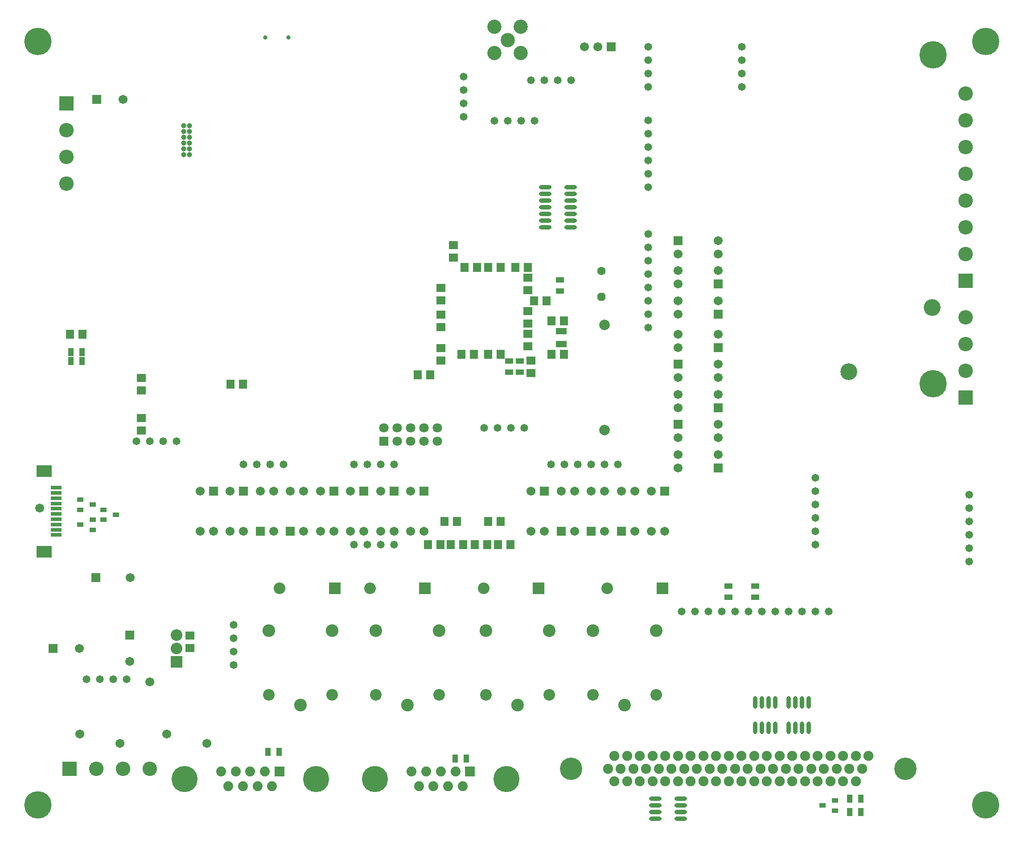
<source format=gbs>
G04 Layer_Color=16711935*
%FSLAX24Y24*%
%MOIN*%
G70*
G01*
G75*
%ADD156R,0.0612X0.0651*%
%ADD157R,0.0415X0.0592*%
%ADD159R,0.0651X0.0612*%
%ADD165O,0.0316X0.0946*%
%ADD166R,0.0592X0.0415*%
%ADD171O,0.0946X0.0316*%
%ADD195R,0.0474X0.0356*%
%ADD201R,0.0671X0.0671*%
%ADD202C,0.0671*%
%ADD203C,0.1080*%
%ADD204R,0.1080X0.1080*%
%ADD205C,0.0867*%
%ADD206C,0.0946*%
%ADD207C,0.2049*%
%ADD208R,0.0867X0.0867*%
%ADD209R,0.0671X0.0671*%
%ADD210R,0.1080X0.1080*%
%ADD211C,0.1064*%
%ADD212C,0.0789*%
%ADD213R,0.0867X0.0867*%
%ADD214C,0.0710*%
%ADD215R,0.0710X0.0710*%
%ADD216C,0.0631*%
%ADD217P,0.0683X8X112.5*%
%ADD218C,0.1954*%
%ADD219R,0.0745X0.0745*%
%ADD220C,0.0745*%
%ADD221C,0.1674*%
%ADD222C,0.0749*%
%ADD223C,0.0316*%
%ADD224C,0.0395*%
%ADD225C,0.1261*%
%ADD226R,0.0789X0.0474*%
%ADD227R,0.0828X0.0316*%
%ADD228R,0.1182X0.0907*%
%ADD229C,0.0580*%
D156*
X963Y32500D02*
D03*
X37D02*
D03*
X32963Y16750D02*
D03*
X32037D02*
D03*
X32213Y18500D02*
D03*
X31287D02*
D03*
X31213Y16750D02*
D03*
X30287D02*
D03*
X28487D02*
D03*
X29413D02*
D03*
X28037Y18500D02*
D03*
X28963D02*
D03*
X36963Y31000D02*
D03*
X36037D02*
D03*
X36963Y33500D02*
D03*
X36037D02*
D03*
X27713Y16750D02*
D03*
X26787D02*
D03*
X26037Y29450D02*
D03*
X26963D02*
D03*
X29537Y37500D02*
D03*
X30463D02*
D03*
X32213D02*
D03*
X31287D02*
D03*
X33337D02*
D03*
X34263D02*
D03*
X35663Y35000D02*
D03*
X34737D02*
D03*
X31287Y31000D02*
D03*
X32213D02*
D03*
X30213D02*
D03*
X29287D02*
D03*
X12963Y28750D02*
D03*
X12037D02*
D03*
D157*
X913Y30500D02*
D03*
X87D02*
D03*
Y31150D02*
D03*
X913D02*
D03*
X29663Y750D02*
D03*
X28837D02*
D03*
X15663Y1250D02*
D03*
X14837D02*
D03*
X58337Y-3250D02*
D03*
X59163D02*
D03*
Y-2250D02*
D03*
X58337D02*
D03*
D159*
X27750Y33037D02*
D03*
Y33963D02*
D03*
X5350Y25287D02*
D03*
Y26213D02*
D03*
Y28287D02*
D03*
Y29213D02*
D03*
X9000Y9963D02*
D03*
Y9037D02*
D03*
X27750Y35963D02*
D03*
Y35037D02*
D03*
X28700Y38237D02*
D03*
Y39163D02*
D03*
X34250Y36713D02*
D03*
Y35787D02*
D03*
Y34213D02*
D03*
Y33287D02*
D03*
Y32513D02*
D03*
Y31587D02*
D03*
X34500Y30513D02*
D03*
Y29587D02*
D03*
X27750Y31463D02*
D03*
Y30537D02*
D03*
D165*
X52750Y3055D02*
D03*
X52250D02*
D03*
X51750D02*
D03*
X51250D02*
D03*
X52750Y4945D02*
D03*
X52250D02*
D03*
X51750D02*
D03*
X51250D02*
D03*
X55250Y3055D02*
D03*
X54750D02*
D03*
X54250D02*
D03*
X53750D02*
D03*
X55250Y4945D02*
D03*
X54750D02*
D03*
X54250D02*
D03*
X53750D02*
D03*
D166*
X49250Y12837D02*
D03*
Y13663D02*
D03*
X51250Y12837D02*
D03*
Y13663D02*
D03*
X32870Y29663D02*
D03*
Y30490D02*
D03*
X33657Y29663D02*
D03*
Y30490D02*
D03*
X36650Y35737D02*
D03*
Y36563D02*
D03*
D171*
X37445Y43500D02*
D03*
Y43000D02*
D03*
Y42500D02*
D03*
Y42000D02*
D03*
Y41500D02*
D03*
Y41000D02*
D03*
Y40500D02*
D03*
X35555Y43500D02*
D03*
Y43000D02*
D03*
Y42500D02*
D03*
Y42000D02*
D03*
Y41500D02*
D03*
Y41000D02*
D03*
Y40500D02*
D03*
X45695Y-2250D02*
D03*
Y-2750D02*
D03*
Y-3250D02*
D03*
Y-3750D02*
D03*
X43805Y-2250D02*
D03*
Y-2750D02*
D03*
Y-3250D02*
D03*
Y-3750D02*
D03*
D195*
X56278Y-2750D02*
D03*
X57222Y-3124D02*
D03*
Y-2376D02*
D03*
X1722Y18624D02*
D03*
Y17876D02*
D03*
X778Y18250D02*
D03*
X1722Y19750D02*
D03*
X778Y20124D02*
D03*
Y19376D02*
D03*
X3472Y19000D02*
D03*
X2528Y19374D02*
D03*
Y18626D02*
D03*
D201*
X2016Y50050D02*
D03*
X48500Y34000D02*
D03*
X45500Y39500D02*
D03*
X48500Y36250D02*
D03*
Y27000D02*
D03*
Y22500D02*
D03*
X45500Y25750D02*
D03*
Y30250D02*
D03*
X48500Y31500D02*
D03*
X-1234Y9000D02*
D03*
X40500Y54000D02*
D03*
X1970Y14300D02*
D03*
D202*
X3984Y50050D02*
D03*
X21000Y20750D02*
D03*
X22000Y17750D02*
D03*
X21000D02*
D03*
X15250Y20750D02*
D03*
X14250D02*
D03*
X15250Y17750D02*
D03*
X18750Y20750D02*
D03*
X19750Y17750D02*
D03*
X18750D02*
D03*
X45500Y35000D02*
D03*
Y34000D02*
D03*
X48500Y35000D02*
D03*
X45500Y38500D02*
D03*
X48500Y39500D02*
D03*
Y38500D02*
D03*
X45500Y37250D02*
D03*
Y36250D02*
D03*
X48500Y37250D02*
D03*
X17500Y20750D02*
D03*
X16500D02*
D03*
X17500Y17750D02*
D03*
X48500Y28000D02*
D03*
X45500Y27000D02*
D03*
Y28000D02*
D03*
X43500Y17750D02*
D03*
X44500D02*
D03*
X43500Y20750D02*
D03*
X37750Y17750D02*
D03*
X36750Y20750D02*
D03*
X37750D02*
D03*
X42250D02*
D03*
X41250D02*
D03*
X42250Y17750D02*
D03*
X48500Y23500D02*
D03*
X45500Y22500D02*
D03*
Y23500D02*
D03*
X34500Y17750D02*
D03*
X35500D02*
D03*
X34500Y20750D02*
D03*
X40000Y17750D02*
D03*
X39000Y20750D02*
D03*
X40000D02*
D03*
X48500Y24750D02*
D03*
Y25750D02*
D03*
X45500Y24750D02*
D03*
Y29250D02*
D03*
X48500Y30250D02*
D03*
Y29250D02*
D03*
X45500Y32500D02*
D03*
Y31500D02*
D03*
X48500Y32500D02*
D03*
X25500Y20750D02*
D03*
X26500Y17750D02*
D03*
X25500D02*
D03*
X9750D02*
D03*
X10750D02*
D03*
X9750Y20750D02*
D03*
X7250Y2600D02*
D03*
X10250Y1900D02*
D03*
X4500Y8016D02*
D03*
X750Y2600D02*
D03*
X3750Y1900D02*
D03*
X734Y9000D02*
D03*
X38500Y54000D02*
D03*
X39500D02*
D03*
X23250Y20750D02*
D03*
X24250Y17750D02*
D03*
X23250D02*
D03*
X12000D02*
D03*
X13000D02*
D03*
X12000Y20750D02*
D03*
X4530Y14300D02*
D03*
X6000Y6500D02*
D03*
X-2250Y19500D02*
D03*
D203*
X-250Y43750D02*
D03*
Y47750D02*
D03*
Y45750D02*
D03*
X4000Y0D02*
D03*
X2000D02*
D03*
X6000D02*
D03*
X67000Y50500D02*
D03*
Y48500D02*
D03*
Y40500D02*
D03*
Y38500D02*
D03*
Y42500D02*
D03*
Y44500D02*
D03*
Y46500D02*
D03*
Y31750D02*
D03*
Y29750D02*
D03*
Y33750D02*
D03*
D204*
X-250Y49750D02*
D03*
X67000Y36500D02*
D03*
Y27750D02*
D03*
D205*
X35862Y5537D02*
D03*
X31138D02*
D03*
X15691Y13500D02*
D03*
X22441D02*
D03*
X8000Y9000D02*
D03*
Y10000D02*
D03*
X40191Y13500D02*
D03*
X22888Y5537D02*
D03*
X27612D02*
D03*
X19612D02*
D03*
X14888D02*
D03*
X30941Y13500D02*
D03*
X39138Y5537D02*
D03*
X43862D02*
D03*
D206*
X35862Y10341D02*
D03*
X31138D02*
D03*
X33500Y4750D02*
D03*
X25250D02*
D03*
X22888Y10341D02*
D03*
X27612D02*
D03*
X19612D02*
D03*
X14888D02*
D03*
X17250Y4750D02*
D03*
X41500D02*
D03*
X39138Y10341D02*
D03*
X43862D02*
D03*
D207*
X64567Y53398D02*
D03*
Y28791D02*
D03*
X68504Y-2705D02*
D03*
X-2362D02*
D03*
X68504Y54382D02*
D03*
X-2362D02*
D03*
D208*
X19809Y13500D02*
D03*
X26559D02*
D03*
X44309D02*
D03*
X35059D02*
D03*
D209*
X22000Y20750D02*
D03*
X14250Y17750D02*
D03*
X19750Y20750D02*
D03*
X16500Y17750D02*
D03*
X44500Y20750D02*
D03*
X36750Y17750D02*
D03*
X41250D02*
D03*
X35500Y20750D02*
D03*
X39000Y17750D02*
D03*
X26500Y20750D02*
D03*
X10750D02*
D03*
X4500Y9984D02*
D03*
X24250Y20750D02*
D03*
X13000D02*
D03*
D210*
X0Y0D02*
D03*
D211*
X32750Y54500D02*
D03*
X33734Y53516D02*
D03*
Y55484D02*
D03*
X31766D02*
D03*
Y53516D02*
D03*
D212*
X40000Y33187D02*
D03*
Y25313D02*
D03*
D213*
X8000Y8000D02*
D03*
D214*
X27500Y25500D02*
D03*
Y24500D02*
D03*
X26500Y25500D02*
D03*
Y24500D02*
D03*
X25500Y25500D02*
D03*
Y24500D02*
D03*
X24500Y25500D02*
D03*
Y24500D02*
D03*
X23500Y25500D02*
D03*
D215*
Y24500D02*
D03*
D216*
X39750Y37211D02*
D03*
D217*
Y35289D02*
D03*
D218*
X8581Y-760D02*
D03*
X18419D02*
D03*
X22831D02*
D03*
X32669D02*
D03*
D219*
X15681Y-201D02*
D03*
X29931D02*
D03*
D220*
X15136Y-1319D02*
D03*
X14591Y-201D02*
D03*
X14045Y-1319D02*
D03*
X13500Y-201D02*
D03*
X12955Y-1319D02*
D03*
X12409Y-201D02*
D03*
X11864Y-1319D02*
D03*
X11319Y-201D02*
D03*
X29386Y-1319D02*
D03*
X28841Y-201D02*
D03*
X28295Y-1319D02*
D03*
X27750Y-201D02*
D03*
X27205Y-1319D02*
D03*
X26659Y-201D02*
D03*
X26114Y-1319D02*
D03*
X25569Y-201D02*
D03*
D221*
X62500Y0D02*
D03*
X37500D02*
D03*
D222*
X40732Y-950D02*
D03*
X41682D02*
D03*
X42632D02*
D03*
X43582D02*
D03*
X44532D02*
D03*
X45482D02*
D03*
X46432D02*
D03*
X47382D02*
D03*
X48332D02*
D03*
X49282D02*
D03*
X50232D02*
D03*
X51182D02*
D03*
X52132D02*
D03*
X53082D02*
D03*
X54032D02*
D03*
X54982D02*
D03*
X55932D02*
D03*
X56882D02*
D03*
X57832D02*
D03*
X58782D02*
D03*
X40256Y0D02*
D03*
X41206D02*
D03*
X42156D02*
D03*
X43106D02*
D03*
X44056D02*
D03*
X45006D02*
D03*
X45956D02*
D03*
X46906D02*
D03*
X47856D02*
D03*
X48806D02*
D03*
X49756D02*
D03*
X50706D02*
D03*
X51656D02*
D03*
X52606D02*
D03*
X53556D02*
D03*
X54506D02*
D03*
X55456D02*
D03*
X56406D02*
D03*
X57356D02*
D03*
X58306D02*
D03*
X59256D02*
D03*
X40732Y949D02*
D03*
X41682D02*
D03*
X42632D02*
D03*
X43582D02*
D03*
X44532D02*
D03*
X45482D02*
D03*
X46432D02*
D03*
X47382D02*
D03*
X48332D02*
D03*
X49282D02*
D03*
X50232D02*
D03*
X51182D02*
D03*
X52132D02*
D03*
X53082D02*
D03*
X54032D02*
D03*
X54982D02*
D03*
X55932D02*
D03*
X56882D02*
D03*
X57832D02*
D03*
X58782D02*
D03*
X59732D02*
D03*
D223*
X16366Y54683D02*
D03*
X14634D02*
D03*
D224*
X8533Y48083D02*
D03*
X8967D02*
D03*
X8533Y47650D02*
D03*
X8967D02*
D03*
X8533Y47217D02*
D03*
X8967D02*
D03*
X8533Y46783D02*
D03*
X8967D02*
D03*
X8533Y46350D02*
D03*
X8967D02*
D03*
X8533Y45917D02*
D03*
X8967D02*
D03*
D225*
X58250Y29700D02*
D03*
X64500Y34500D02*
D03*
D226*
X36750Y32742D02*
D03*
Y31758D02*
D03*
D227*
X-1000Y21022D02*
D03*
Y20628D02*
D03*
Y20234D02*
D03*
Y19841D02*
D03*
Y19447D02*
D03*
Y19053D02*
D03*
Y18659D02*
D03*
Y18266D02*
D03*
Y17872D02*
D03*
Y17478D02*
D03*
D228*
X-1925Y16238D02*
D03*
Y22262D02*
D03*
D229*
X24250Y16750D02*
D03*
X23250D02*
D03*
X22250D02*
D03*
X21250D02*
D03*
X24250Y22750D02*
D03*
X23250D02*
D03*
X22250D02*
D03*
X21250D02*
D03*
X12250Y7750D02*
D03*
Y8750D02*
D03*
Y9750D02*
D03*
Y10750D02*
D03*
X16000Y22750D02*
D03*
X15000D02*
D03*
X14000D02*
D03*
X13000D02*
D03*
X41000D02*
D03*
X40000D02*
D03*
X39000D02*
D03*
X38000D02*
D03*
X37000D02*
D03*
X36000D02*
D03*
X67250Y15500D02*
D03*
Y16500D02*
D03*
Y17500D02*
D03*
Y18500D02*
D03*
Y19500D02*
D03*
Y20500D02*
D03*
X50750Y11750D02*
D03*
X49750D02*
D03*
X48750D02*
D03*
X47750D02*
D03*
X46750D02*
D03*
X45750D02*
D03*
X56750D02*
D03*
X55750D02*
D03*
X54750D02*
D03*
X53750D02*
D03*
X52750D02*
D03*
X51750D02*
D03*
X43250Y43500D02*
D03*
Y44500D02*
D03*
Y45500D02*
D03*
Y46500D02*
D03*
Y47500D02*
D03*
Y48500D02*
D03*
Y33000D02*
D03*
Y34000D02*
D03*
Y35000D02*
D03*
Y36000D02*
D03*
Y37000D02*
D03*
Y38000D02*
D03*
Y39000D02*
D03*
Y40000D02*
D03*
Y51000D02*
D03*
Y52000D02*
D03*
Y53000D02*
D03*
Y54000D02*
D03*
X50250Y51000D02*
D03*
Y52000D02*
D03*
Y53000D02*
D03*
Y54000D02*
D03*
X1250Y6700D02*
D03*
X2250D02*
D03*
X3250D02*
D03*
X4250D02*
D03*
X8000Y24500D02*
D03*
X7000D02*
D03*
X6000D02*
D03*
X5000D02*
D03*
X29450Y51750D02*
D03*
Y50750D02*
D03*
Y49750D02*
D03*
Y48750D02*
D03*
X37500Y51500D02*
D03*
X36500D02*
D03*
X35500D02*
D03*
X34500D02*
D03*
X31750Y48450D02*
D03*
X32750D02*
D03*
X33750D02*
D03*
X34750D02*
D03*
X34000Y25500D02*
D03*
X33000D02*
D03*
X32000D02*
D03*
X31000D02*
D03*
X55750Y16750D02*
D03*
Y17750D02*
D03*
Y18750D02*
D03*
Y19750D02*
D03*
Y20750D02*
D03*
Y21750D02*
D03*
M02*

</source>
